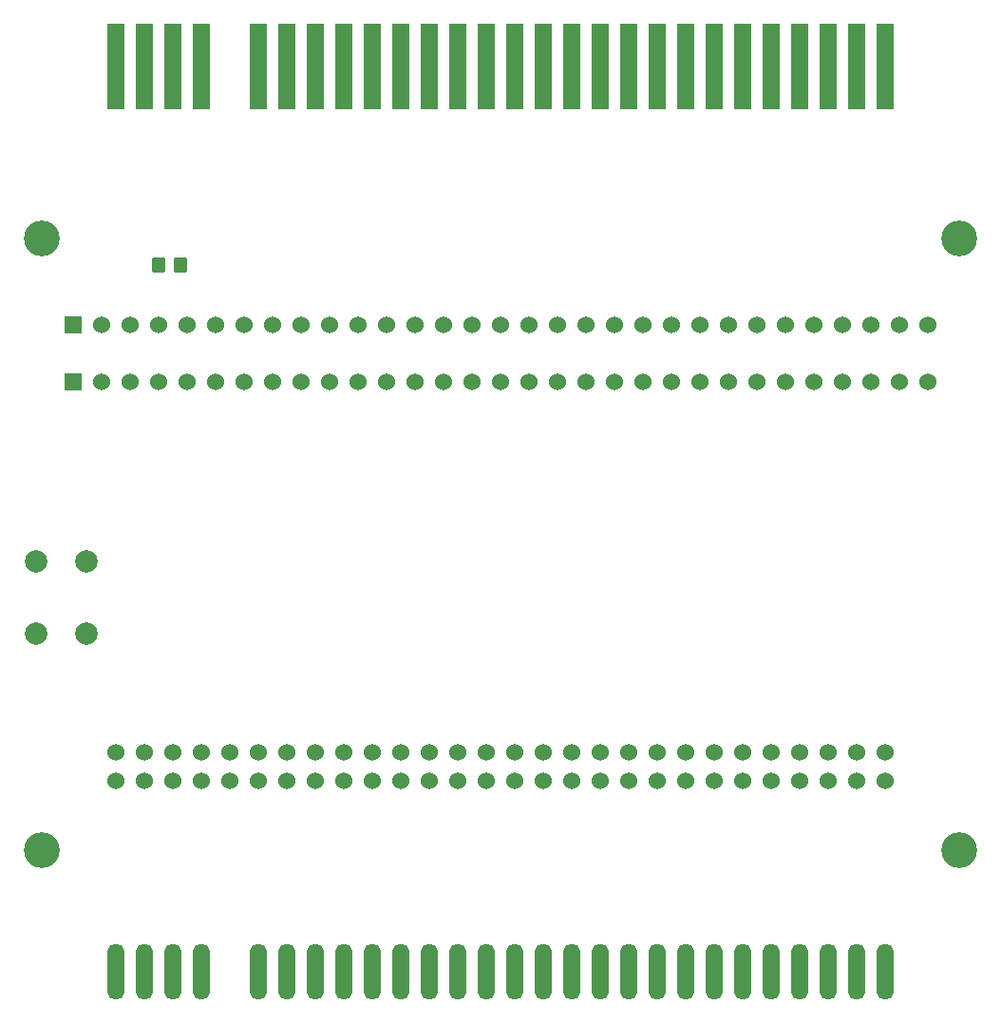
<source format=gbr>
%TF.GenerationSoftware,KiCad,Pcbnew,8.0.6-8.0.6-0~ubuntu24.04.1*%
%TF.CreationDate,2024-10-21T21:08:47+03:00*%
%TF.ProjectId,ZX Spectrum_ BUS Expander,5a582053-7065-4637-9472-756d2c204255,rev?*%
%TF.SameCoordinates,Original*%
%TF.FileFunction,Soldermask,Bot*%
%TF.FilePolarity,Negative*%
%FSLAX46Y46*%
G04 Gerber Fmt 4.6, Leading zero omitted, Abs format (unit mm)*
G04 Created by KiCad (PCBNEW 8.0.6-8.0.6-0~ubuntu24.04.1) date 2024-10-21 21:08:47*
%MOMM*%
%LPD*%
G01*
G04 APERTURE LIST*
G04 Aperture macros list*
%AMRoundRect*
0 Rectangle with rounded corners*
0 $1 Rounding radius*
0 $2 $3 $4 $5 $6 $7 $8 $9 X,Y pos of 4 corners*
0 Add a 4 corners polygon primitive as box body*
4,1,4,$2,$3,$4,$5,$6,$7,$8,$9,$2,$3,0*
0 Add four circle primitives for the rounded corners*
1,1,$1+$1,$2,$3*
1,1,$1+$1,$4,$5*
1,1,$1+$1,$6,$7*
1,1,$1+$1,$8,$9*
0 Add four rect primitives between the rounded corners*
20,1,$1+$1,$2,$3,$4,$5,0*
20,1,$1+$1,$4,$5,$6,$7,0*
20,1,$1+$1,$6,$7,$8,$9,0*
20,1,$1+$1,$8,$9,$2,$3,0*%
G04 Aperture macros list end*
%ADD10C,2.000000*%
%ADD11RoundRect,0.250000X0.350000X0.450000X-0.350000X0.450000X-0.350000X-0.450000X0.350000X-0.450000X0*%
%ADD12R,1.524000X1.524000*%
%ADD13C,1.524000*%
%ADD14C,3.200000*%
%ADD15RoundRect,0.762000X-0.000010X-1.738000X0.000010X-1.738000X0.000010X1.738000X-0.000010X1.738000X0*%
%ADD16R,1.524000X7.620000*%
G04 APERTURE END LIST*
D10*
%TO.C,S1*%
X102859400Y-99797800D03*
X102859400Y-106297800D03*
X98359400Y-99797800D03*
X98359400Y-106297800D03*
%TD*%
D11*
%TO.C,R4*%
X111236000Y-73431400D03*
X109236000Y-73431400D03*
%TD*%
D12*
%TO.C,J1*%
X101676200Y-83820000D03*
D13*
X104216200Y-83820000D03*
X106756200Y-83820000D03*
X109296200Y-83820000D03*
X111836200Y-83820000D03*
X114376200Y-83820000D03*
X116916200Y-83820000D03*
X119456200Y-83820000D03*
X121996200Y-83820000D03*
X124536200Y-83820000D03*
X127076200Y-83820000D03*
X129616200Y-83820000D03*
X132156200Y-83820000D03*
X134696200Y-83820000D03*
X137236200Y-83820000D03*
X139776200Y-83820000D03*
X142316200Y-83820000D03*
X144856200Y-83820000D03*
X147396200Y-83820000D03*
X149936200Y-83820000D03*
X152476200Y-83820000D03*
X155016200Y-83820000D03*
X157556200Y-83820000D03*
X160096200Y-83820000D03*
X162636200Y-83820000D03*
X165176200Y-83820000D03*
X167716200Y-83820000D03*
X170256200Y-83820000D03*
X172796200Y-83820000D03*
X175336200Y-83820000D03*
X177876200Y-83820000D03*
D12*
X101676200Y-78740000D03*
D13*
X104216200Y-78740000D03*
X106756200Y-78740000D03*
X109296200Y-78740000D03*
X111836200Y-78740000D03*
X114376200Y-78740000D03*
X116916200Y-78740000D03*
X119456200Y-78740000D03*
X121996200Y-78740000D03*
X124536200Y-78740000D03*
X127076200Y-78740000D03*
X129616200Y-78740000D03*
X132156200Y-78740000D03*
X134696200Y-78740000D03*
X137236200Y-78740000D03*
X139776200Y-78740000D03*
X142316200Y-78740000D03*
X144856200Y-78740000D03*
X147396200Y-78740000D03*
X149936200Y-78740000D03*
X152476200Y-78740000D03*
X155016200Y-78740000D03*
X157556200Y-78740000D03*
X160096200Y-78740000D03*
X162636200Y-78740000D03*
X165176200Y-78740000D03*
X167716200Y-78740000D03*
X170256200Y-78740000D03*
X172796200Y-78740000D03*
X175336200Y-78740000D03*
X177876200Y-78740000D03*
%TD*%
D14*
%TO.C,H1*%
X180619400Y-125549000D03*
%TD*%
D15*
%TO.C,Z1*%
X105486200Y-136398000D03*
X108026200Y-136398000D03*
X110566200Y-136398000D03*
X113106200Y-136398000D03*
X118186200Y-136398000D03*
X120726200Y-136398000D03*
X123266200Y-136398000D03*
X125806200Y-136398000D03*
X128346200Y-136398000D03*
X130886200Y-136398000D03*
X133426200Y-136398000D03*
X135966200Y-136398000D03*
X138506200Y-136398000D03*
X141046200Y-136398000D03*
X143586200Y-136398000D03*
X146126200Y-136398000D03*
X148666200Y-136398000D03*
X151206200Y-136398000D03*
X153746200Y-136398000D03*
X156286200Y-136398000D03*
X158826200Y-136398000D03*
X161366200Y-136398000D03*
X163906200Y-136398000D03*
X166446200Y-136398000D03*
X168986200Y-136398000D03*
X171526200Y-136398000D03*
X174066200Y-136398000D03*
%TD*%
D14*
%TO.C,H4*%
X98845200Y-71026000D03*
%TD*%
D13*
%TO.C,J2*%
X115646200Y-116840000D03*
X115646200Y-119380000D03*
X105486200Y-119380000D03*
X108026200Y-119380000D03*
X110566200Y-119380000D03*
X113106200Y-119380000D03*
X118186200Y-119380000D03*
X120726200Y-119380000D03*
X123266200Y-119380000D03*
X125806200Y-119380000D03*
X128346200Y-119380000D03*
X130886200Y-119380000D03*
X133426200Y-119380000D03*
X135966200Y-119380000D03*
X138506200Y-119380000D03*
X141046200Y-119380000D03*
X143586200Y-119380000D03*
X146126200Y-119380000D03*
X148666200Y-119380000D03*
X151206200Y-119380000D03*
X153746200Y-119380000D03*
X156286200Y-119380000D03*
X158826200Y-119380000D03*
X161366200Y-119380000D03*
X163906200Y-119380000D03*
X166446200Y-119380000D03*
X168986200Y-119380000D03*
X171526200Y-119380000D03*
X174066200Y-119380000D03*
X105486200Y-116840000D03*
X108026200Y-116840000D03*
X110566200Y-116840000D03*
X113106200Y-116840000D03*
X118186200Y-116840000D03*
X120726200Y-116840000D03*
X123266200Y-116840000D03*
X125806200Y-116840000D03*
X128346200Y-116840000D03*
X130886200Y-116840000D03*
X133426200Y-116840000D03*
X135966200Y-116840000D03*
X138506200Y-116840000D03*
X141046200Y-116840000D03*
X143586200Y-116840000D03*
X146126200Y-116840000D03*
X148666200Y-116840000D03*
X151206200Y-116840000D03*
X153746200Y-116840000D03*
X156286200Y-116840000D03*
X158826200Y-116840000D03*
X161366200Y-116840000D03*
X163906200Y-116840000D03*
X166446200Y-116840000D03*
X168986200Y-116840000D03*
X171526200Y-116840000D03*
X174066200Y-116840000D03*
%TD*%
D14*
%TO.C,H2*%
X98845200Y-125549000D03*
%TD*%
D16*
%TO.C,Z2*%
X105486200Y-55753000D03*
X108026200Y-55753000D03*
X110566200Y-55753000D03*
X113106200Y-55753000D03*
X118186200Y-55753000D03*
X120726200Y-55753000D03*
X123266200Y-55753000D03*
X125806200Y-55753000D03*
X128346200Y-55753000D03*
X130886200Y-55753000D03*
X133426200Y-55753000D03*
X135966200Y-55753000D03*
X138506200Y-55753000D03*
X141046200Y-55753000D03*
X143586200Y-55753000D03*
X146126200Y-55753000D03*
X148666200Y-55753000D03*
X151206200Y-55753000D03*
X153746200Y-55753000D03*
X156286200Y-55753000D03*
X158826200Y-55753000D03*
X161366200Y-55753000D03*
X163906200Y-55753000D03*
X166446200Y-55753000D03*
X168986200Y-55753000D03*
X171526200Y-55753000D03*
X174066200Y-55753000D03*
%TD*%
D14*
%TO.C,H3*%
X180619400Y-71026000D03*
%TD*%
M02*

</source>
